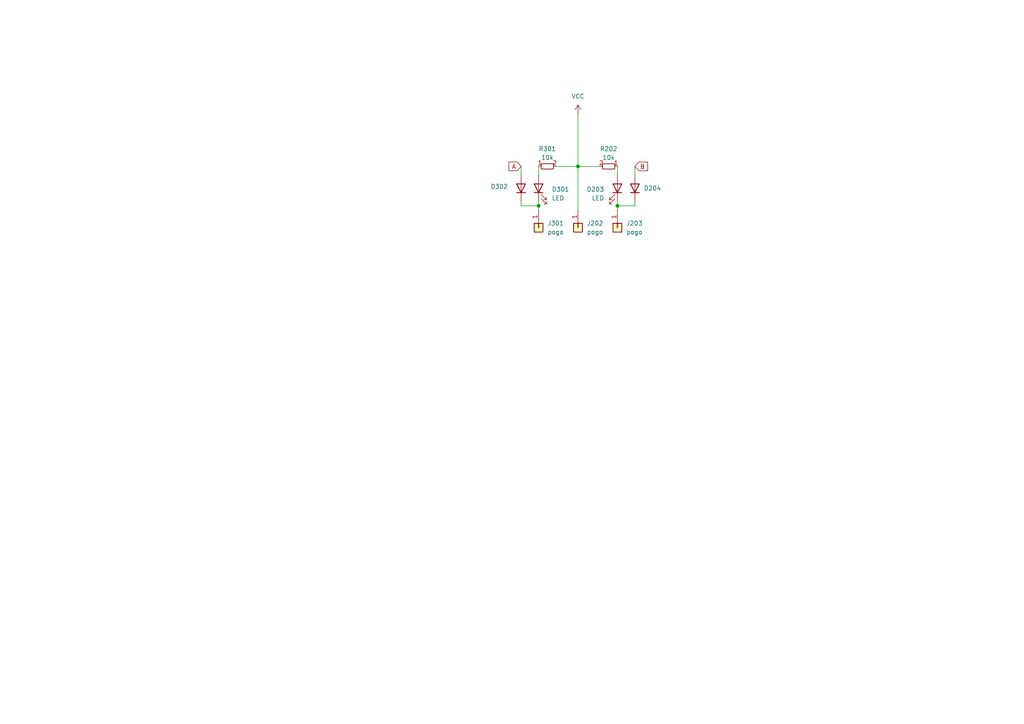
<source format=kicad_sch>
(kicad_sch (version 20231120) (generator "eeschema") (generator_version "8.0")
  (paper "A4")
  (lib_symbols
    (symbol "Connector_Generic:Conn_01x01" (pin_names (offset 1.016) hide)
      (property "Reference" "J" (at 0 2.54 0))
      (property "Value" "Conn_01x01" (at 0 -2.54 0))
      (symbol "Conn_01x01_1_1"
        (rectangle (start -1.27 0.127) (end 0 -0.127) (stroke (width 0.1524)))
        (rectangle (start -1.27 1.27) (end 1.27 -1.27) (stroke (width 0.254)) (fill (type background)))
        (pin passive line (at -5.08 0 0) (length 3.81) (name "Pin_1") (number "1"))
      )
    )
    (symbol "custom_kicad_lib_sk:LED" (pin_numbers hide) (pin_names (offset 1.016) hide)
      (property "Reference" "D" (at 0 2.54 0))
      (property "Value" "LED" (at 0 -2.54 0))
      (symbol "LED_0_1"
        (polyline (pts (xy -1.27 -1.27) (xy -1.27 1.27)) (stroke (width 0.254)))
        (polyline (pts (xy -1.27 0) (xy 1.27 0)))
        (polyline (pts (xy 1.27 -1.27) (xy 1.27 1.27) (xy -1.27 0) (xy 1.27 -1.27)) (stroke (width 0.254)))
        (polyline (pts (xy -3.048 -0.762) (xy -4.572 -2.286) (xy -3.81 -2.286) (xy -4.572 -2.286) (xy -4.572 -1.524)))
        (polyline (pts (xy -1.778 -0.762) (xy -3.302 -2.286) (xy -2.54 -2.286) (xy -3.302 -2.286) (xy -3.302 -1.524)))
      )
      (symbol "LED_1_1"
        (pin passive line (at -3.81 0 0) (length 2.54) (name "K") (number "1"))
        (pin passive line (at 3.81 0 180) (length 2.54) (name "A") (number "2"))
      )
    )
    (symbol "custom_kicad_lib_sk:SS53" (pin_numbers hide) (pin_names (offset 1.016) hide)
      (property "Reference" "D" (at 0 2.54 0))
      (property "Value" "SS53" (at 0 -1.27 0))
      (symbol "SS53_0_1"
        (polyline (pts (xy -1.27 2.54) (xy -1.27 0)) (stroke (width 0.254)))
        (polyline (pts (xy 1.27 1.27) (xy -1.27 1.27)))
        (polyline (pts (xy 1.27 2.54) (xy 1.27 0) (xy -1.27 1.27) (xy 1.27 2.54)) (stroke (width 0.254)))
      )
      (symbol "SS53_1_1"
        (pin passive line (at -3.81 1.27 0) (length 2.54) (name "K") (number "1"))
        (pin passive line (at 3.81 1.27 180) (length 2.54) (name "A") (number "2"))
      )
    )
    (symbol "power:VCC" (power) (pin_numbers hide) (pin_names (offset 0) hide)
      (property "Value" "VCC" (at 0 3.556 0))
      (symbol "VCC_0_1"
        (polyline (pts (xy -0.762 1.27) (xy 0 2.54)))
        (polyline (pts (xy 0 0) (xy 0 2.54)))
        (polyline (pts (xy 0 2.54) (xy 0.762 1.27)))
      )
      (symbol "VCC_1_1"
        (pin power_in line (at 0 0 90) (length 0) (name "~") (number "1"))
      )
    )
    (symbol "resistors_0603:R_10k_0603"
      (property "Reference" "R" (at 1.27 2.54 0))
      (property "Value" "10k" (at 2.54 -2.54 0))
      (symbol "R_10k_0603_0_1"
        (rectangle (start -0.762 1.778) (end 0.762 -1.778) (stroke (width 0.2032)))
      )
      (symbol "R_10k_0603_1_1"
        (pin passive line (at 0 2.54 270) (length 0.762) (name "~") (number "1"))
        (pin passive line (at 0 -2.54 90) (length 0.762) (name "~") (number "2"))
      )
    )
  )
  (junction (at 167.64 48.26))
  (junction (at 156.21 59.69))
  (junction (at 179.07 59.69))
  (wire (pts (xy 167.64 60.96) (xy 167.64 48.26)))
  (wire (pts (xy 179.07 59.69) (xy 184.15 59.69)))
  (wire (pts (xy 179.07 48.26) (xy 179.07 50.8)))
  (wire (pts (xy 179.07 59.69) (xy 179.07 60.96)))
  (wire (pts (xy 184.15 48.26) (xy 184.15 50.8)))
  (wire (pts (xy 167.64 33.02) (xy 167.64 48.26)))
  (wire (pts (xy 156.21 48.26) (xy 156.21 50.8)))
  (wire (pts (xy 167.64 48.26) (xy 161.29 48.26)))
  (wire (pts (xy 167.64 48.26) (xy 173.99 48.26)))
  (wire (pts (xy 179.07 58.42) (xy 179.07 59.69)))
  (wire (pts (xy 151.13 48.26) (xy 151.13 50.8)))
  (wire (pts (xy 184.15 59.69) (xy 184.15 58.42)))
  (wire (pts (xy 151.13 59.69) (xy 151.13 58.42)))
  (wire (pts (xy 156.21 58.42) (xy 156.21 59.69)))
  (wire (pts (xy 156.21 59.69) (xy 156.21 60.96)))
  (wire (pts (xy 156.21 59.69) (xy 151.13 59.69)))
  (global_label "A" (shape input) (at 151.13 48.26 180) (property "Intersheetrefs" "${INTERSHEET_REFS}" (effects (hide yes))))
  (global_label "B" (shape input) (at 184.15 48.26 0) (property "Intersheetrefs" "${INTERSHEET_REFS}" (effects (hide yes))))
  (symbol (lib_id "resistors_0603:R_10k_0603") (at 176.53 48.26 270) (mirror x) (unit 1)
    (property "Reference" "R202" (at 176.53 43.18 90))
    (property "Value" "10k" (at 176.53 45.72 90))
    (property "Footprint" "custom_kicad_lib_sk:R_0603_smalltext" (effects (hide yes)))
    (property "JLCPCB Part#" "C25804" (effects (hide yes)))
    (instances (project "OSSD_TEST_PCB" (path "" (reference "R202") (unit 1)) (path "" (reference "R302") (unit 1)) (path "" (reference "R402") (unit 1)) (path "" (reference "R502") (unit 1)) (path "" (reference "R602") (unit 1)) (path "" (reference "R702") (unit 1)) (path "" (reference "R802") (unit 1)) (path "" (reference "R902") (unit 1))))
  )
  (symbol (lib_id "power:VCC") (at 167.64 33.02 0) (unit 1)
    (property "Reference" "#PWR0301" (effects (hide yes)))
    (property "Value" "VCC" (at 167.64 27.94 0))
    (property "Description" "Power symbol creates a global label with name \"VCC\"" (effects (hide yes)))
    (instances (project "OSSD_TEST_PCB" (path "" (reference "#PWR0301") (unit 1)) (path "" (reference "#PWR0401") (unit 1)) (path "" (reference "#PWR0501") (unit 1)) (path "" (reference "#PWR0601") (unit 1)) (path "" (reference "#PWR0701") (unit 1)) (path "" (reference "#PWR0801") (unit 1)) (path "" (reference "#PWR0901") (unit 1)) (path "" (reference "#PWR0101") (unit 1))))
  )
  (symbol (lib_id "custom_kicad_lib_sk:LED") (at 156.21 54.61 90) (unit 1)
    (property "Reference" "D301" (at 160.02 54.9274 90) (effects (justify right)))
    (property "Value" "LED" (at 160.02 57.4674 90) (effects (justify right)))
    (property "Footprint" "LED_SMD:LED_0805_2012Metric_Pad1.15x1.40mm_HandSolder" (effects (hide yes)))
    (property "Description" "Light emitting diode" (effects (hide yes)))
    (property "JLCPCB Part#" "C2296" (effects (hide yes)))
    (instances (project "OSSD_TEST_PCB" (path "" (reference "D301") (unit 1)) (path "" (reference "D401") (unit 1)) (path "" (reference "D501") (unit 1)) (path "" (reference "D601") (unit 1)) (path "" (reference "D701") (unit 1)) (path "" (reference "D801") (unit 1)) (path "" (reference "D901") (unit 1)) (path "" (reference "D201") (unit 1))))
  )
  (symbol (lib_id "custom_kicad_lib_sk:SS53") (at 152.4 54.61 90) (unit 1)
    (property "Reference" "D302" (at 142.24 54.102 90) (effects (justify right)))
    (property "Value" "SS53" (effects (hide yes)))
    (property "Footprint" "Diode_SMD:D_SMA" (effects (hide yes)))
    (property "Description" "Diode" (effects (hide yes)))
    (property "Sim.Device" "D" (effects (hide yes)))
    (property "Sim.Pins" "1=K 2=A" (effects (hide yes)))
    (property "JLCPCB Part#" "C8678" (effects (hide yes)))
    (instances (project "OSSD_TEST_PCB" (path "" (reference "D302") (unit 1)) (path "" (reference "D402") (unit 1)) (path "" (reference "D502") (unit 1)) (path "" (reference "D602") (unit 1)) (path "" (reference "D702") (unit 1)) (path "" (reference "D802") (unit 1)) (path "" (reference "D902") (unit 1)) (path "" (reference "D202") (unit 1))))
  )
  (symbol (lib_id "custom_kicad_lib_sk:LED") (at 179.07 54.61 270) (mirror x) (unit 1)
    (property "Reference" "D203" (at 175.26 54.9274 90) (effects (justify right)))
    (property "Value" "LED" (at 175.26 57.4674 90) (effects (justify right)))
    (property "Footprint" "LED_SMD:LED_0805_2012Metric_Pad1.15x1.40mm_HandSolder" (effects (hide yes)))
    (property "Description" "Light emitting diode" (effects (hide yes)))
    (property "JLCPCB Part#" "C2296" (effects (hide yes)))
    (instances (project "OSSD_TEST_PCB" (path "" (reference "D203") (unit 1)) (path "" (reference "D303") (unit 1)) (path "" (reference "D403") (unit 1)) (path "" (reference "D503") (unit 1)) (path "" (reference "D603") (unit 1)) (path "" (reference "D703") (unit 1)) (path "" (reference "D803") (unit 1)) (path "" (reference "D903") (unit 1))))
  )
  (symbol (lib_id "Connector_Generic:Conn_01x01") (at 156.21 66.04 270) (unit 1)
    (property "Reference" "J301" (at 158.75 64.7699 90) (effects (justify left)))
    (property "Value" "pogo" (at 158.75 67.3099 90) (effects (justify left)))
    (property "Footprint" "custom_kicad_lib_sk:pogopin" (effects (hide yes)))
    (property "Description" "Generic connector, single row, 01x01, script generated (kicad-library-utils/schlib/autogen/connector/)" (effects (hide yes)))
    (instances (project "OSSD_TEST_PCB" (path "" (reference "J301") (unit 1)) (path "" (reference "J401") (unit 1)) (path "" (reference "J501") (unit 1)) (path "" (reference "J601") (unit 1)) (path "" (reference "J701") (unit 1)) (path "" (reference "J801") (unit 1)) (path "" (reference "J901") (unit 1)) (path "" (reference "J201") (unit 1))))
  )
  (symbol (lib_id "Connector_Generic:Conn_01x01") (at 179.07 66.04 270) (unit 1)
    (property "Reference" "J203" (at 181.61 64.7699 90) (effects (justify left)))
    (property "Value" "pogo" (at 181.61 67.3099 90) (effects (justify left)))
    (property "Footprint" "custom_kicad_lib_sk:pogopin" (effects (hide yes)))
    (property "Description" "Generic connector, single row, 01x01, script generated (kicad-library-utils/schlib/autogen/connector/)" (effects (hide yes)))
    (instances (project "OSSD_TEST_PCB" (path "" (reference "J203") (unit 1)) (path "" (reference "J303") (unit 1)) (path "" (reference "J403") (unit 1)) (path "" (reference "J503") (unit 1)) (path "" (reference "J603") (unit 1)) (path "" (reference "J703") (unit 1)) (path "" (reference "J803") (unit 1)) (path "" (reference "J903") (unit 1))))
  )
  (symbol (lib_id "resistors_0603:R_10k_0603") (at 158.75 48.26 90) (unit 1)
    (property "Reference" "R301" (at 158.75 43.18 90))
    (property "Value" "10k" (at 158.75 45.72 90))
    (property "Footprint" "custom_kicad_lib_sk:R_0603_smalltext" (effects (hide yes)))
    (property "JLCPCB Part#" "C25804" (effects (hide yes)))
    (instances (project "OSSD_TEST_PCB" (path "" (reference "R301") (unit 1)) (path "" (reference "R401") (unit 1)) (path "" (reference "R501") (unit 1)) (path "" (reference "R601") (unit 1)) (path "" (reference "R701") (unit 1)) (path "" (reference "R801") (unit 1)) (path "" (reference "R901") (unit 1)) (path "" (reference "R201") (unit 1))))
  )
  (symbol (lib_id "custom_kicad_lib_sk:SS53") (at 185.42 54.61 90) (unit 1)
    (property "Reference" "D204" (at 186.69 54.6099 90) (effects (justify right)))
    (property "Value" "SS53" (effects (hide yes)))
    (property "Footprint" "Diode_SMD:D_SMA" (effects (hide yes)))
    (property "Description" "Diode" (effects (hide yes)))
    (property "Sim.Device" "D" (effects (hide yes)))
    (property "Sim.Pins" "1=K 2=A" (effects (hide yes)))
    (property "JLCPCB Part#" "C8678" (effects (hide yes)))
    (instances (project "OSSD_TEST_PCB" (path "" (reference "D204") (unit 1)) (path "" (reference "D304") (unit 1)) (path "" (reference "D404") (unit 1)) (path "" (reference "D504") (unit 1)) (path "" (reference "D604") (unit 1)) (path "" (reference "D704") (unit 1)) (path "" (reference "D804") (unit 1)) (path "" (reference "D904") (unit 1))))
  )
  (symbol (lib_id "Connector_Generic:Conn_01x01") (at 167.64 66.04 270) (unit 1)
    (property "Reference" "J202" (at 170.18 64.7699 90) (effects (justify left)))
    (property "Value" "pogo" (at 170.18 67.3099 90) (effects (justify left)))
    (property "Footprint" "custom_kicad_lib_sk:pogopin" (effects (hide yes)))
    (property "Description" "Generic connector, single row, 01x01, script generated (kicad-library-utils/schlib/autogen/connector/)" (effects (hide yes)))
    (instances (project "OSSD_TEST_PCB" (path "" (reference "J202") (unit 1)) (path "" (reference "J302") (unit 1)) (path "" (reference "J402") (unit 1)) (path "" (reference "J502") (unit 1)) (path "" (reference "J602") (unit 1)) (path "" (reference "J702") (unit 1)) (path "" (reference "J802") (unit 1)) (path "" (reference "J902") (unit 1))))
  )
)
</source>
